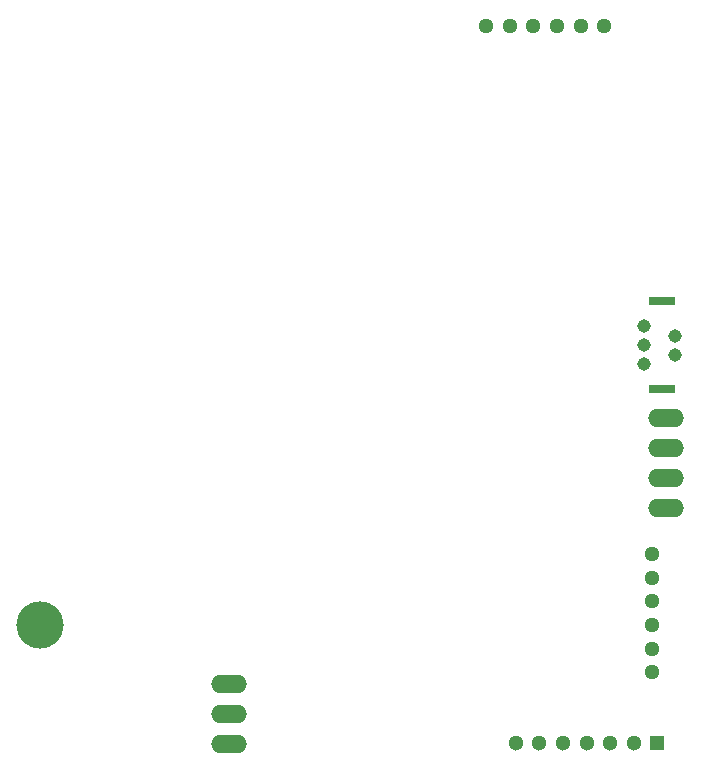
<source format=gbs>
G04 #@! TF.FileFunction,Soldermask,Bot*
%FSLAX46Y46*%
G04 Gerber Fmt 4.6, Leading zero omitted, Abs format (unit mm)*
G04 Created by KiCad (PCBNEW 4.0.6) date 07/13/17 22:09:39*
%MOMM*%
%LPD*%
G01*
G04 APERTURE LIST*
%ADD10C,0.100000*%
%ADD11C,1.143000*%
%ADD12R,2.300000X0.800000*%
%ADD13O,3.048000X1.524000*%
%ADD14C,1.300480*%
%ADD15R,1.300000X1.300000*%
%ADD16C,1.300000*%
%ADD17C,4.000000*%
G04 APERTURE END LIST*
D10*
D11*
X78650000Y-109950000D03*
X81250000Y-110750000D03*
X78650000Y-111550000D03*
X81250000Y-112350000D03*
X78650000Y-113150000D03*
D12*
X80100000Y-107800000D03*
X80100000Y-115300000D03*
D13*
X43500000Y-140210000D03*
X43500000Y-142750000D03*
X43500000Y-145290000D03*
D14*
X71250760Y-84500000D03*
X69249240Y-84500000D03*
X67250260Y-84500000D03*
X65248740Y-84500000D03*
X73249740Y-84500000D03*
X75251260Y-84500000D03*
X79250000Y-133249240D03*
X79250000Y-135250760D03*
X79250000Y-137249740D03*
X79250000Y-139251260D03*
X79250000Y-131250260D03*
X79250000Y-129248740D03*
D15*
X79754560Y-145250000D03*
D16*
X75751520Y-145250000D03*
X77753040Y-145250000D03*
X73752540Y-145250000D03*
X71751020Y-145250000D03*
X69749500Y-145250000D03*
X67750520Y-145250000D03*
D13*
X80500000Y-122770000D03*
X80500000Y-125310000D03*
X80500000Y-120230000D03*
X80500000Y-117690000D03*
D17*
X27500000Y-135250000D03*
M02*

</source>
